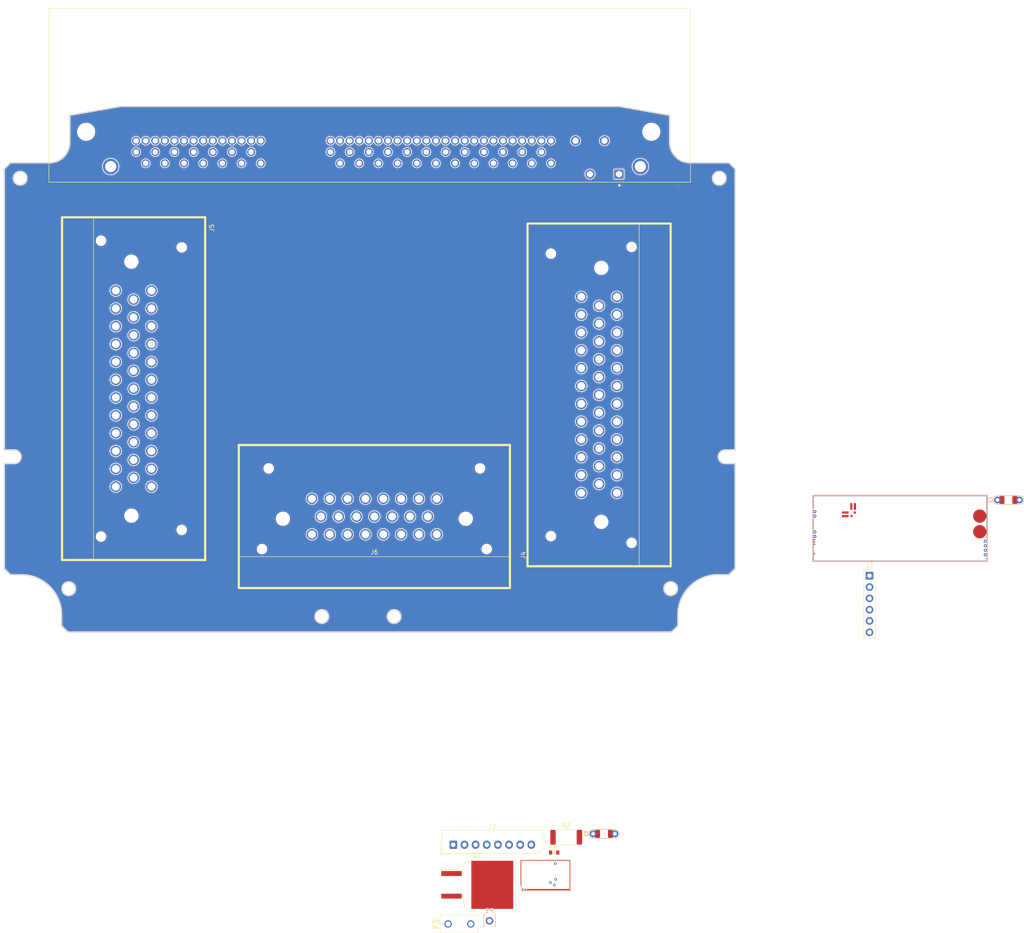
<source format=kicad_pcb>
(kicad_pcb (version 20210824) (generator pcbnew)
  (title_block (title "proteusM73tu") (date "2021-09-26") (rev "a"))
  (layers (0 "F.Cu" signal) (31 "B.Cu" signal) (34 "B.Paste" user) (35 "F.Paste" user) (36 "B.SilkS" user "B.Silkscreen") (37 "F.SilkS" user "F.Silkscreen") (38 "B.Mask" user) (39 "F.Mask" user) (44 "Edge.Cuts" user))
  (net 0 "")
  (net 1 "GND")
  (net 2 "/5V_SENSOR_1")
  (net 3 "/5V_SENSOR_2")
  (net 4 "/12V_PROT")
  (net 5 "/12V_MR")
  (net 6 "/WBO_H-")
  (net 7 "/WBO_R_Trim")
  (net 8 "/WBO_Ip")
  (net 9 "/WBO_Vs{slash}Ip")
  (net 10 "/WBO_Vs")
  (net 11 "Net-(J3-Pad1)")
  (net 12 "Net-(J3-Pad2)")
  (net 13 "Net-(J3-Pad4)")
  (net 14 "Net-(J3-Pad5)")
  (net 15 "Net-(M1-PadJ1)")
  (net 16 "Net-(M1-PadW2)")
  (net 17 "Net-(M1-PadW3)")
  (net 18 "Net-(M1-PadW4)")
  (net 21 "/OUT_IGN1")
  (net 22 "Net-(Q1-Pad1)")
  (net 23 "/GATE_IGN1")
  (footprint "hellen-one-common:PAD-TH" (layer "F.Cu") (at 245.32 257.31)
    (fp_text reference "P1" (at 0 -2.25) (layer "F.SilkS"))
    (fp_text value "Pad" hide)
    (fp_text user "${REFERENCE}" (at 0 -2.25) (layer "B.SilkS") (effects (justify mirror)))
    (fp_line (start -1.035538 -1.33) (end -1.33 -1.33) (layer "B.SilkS") (width 0.12))
    (fp_line (start 1.035538 1.33) (end 1.33 1.33) (layer "B.SilkS") (width 0.12))
    (fp_line (start 1.33 -1.33) (end 1.33 1.33) (layer "B.SilkS") (width 0.12))
    (fp_line (start 1.024373 -1.33) (end 1.33 -1.33) (layer "B.SilkS") (width 0.12))
    (fp_line (start -1.024373 1.33) (end -1.33 1.33) (layer "B.SilkS") (width 0.12))
    (fp_line (start -1.33 1.33) (end -1.33 -1.33) (layer "B.SilkS") (width 0.12))
    (fp_line (start 1.035538 -1.33) (end 1.33 -1.33) (layer "F.SilkS") (width 0.12))
    (fp_line (start 1.024373 1.33) (end 1.33 1.33) (layer "F.SilkS") (width 0.12))
    (fp_line (start -1.33 -1.33) (end -1.33 1.33) (layer "F.SilkS") (width 0.12))
    (fp_line (start -1.035538 1.33) (end -1.33 1.33) (layer "F.SilkS") (width 0.12))
    (fp_line (start -1.024373 -1.33) (end -1.33 -1.33) (layer "F.SilkS") (width 0.12))
    (fp_line (start 1.33 1.33) (end 1.33 -1.33) (layer "F.SilkS") (width 0.12))
    (pad "1" thru_hole circle locked (at 0 0) (size 1.7 1.7) (drill 1) (layers *.Cu *.Mask))
  )
  (footprint "hellen-one-common:R0603" (layer "F.Cu") (at 259.83 241.986595)
    (fp_text reference "R1" (at -1.235559 -0.653823 unlocked) (layer "F.SilkS") (effects (font (size 0.82 0.82) (thickness 0.17)) (justify left bottom)))
    (fp_text value "22" hide)
    (fp_line (start -0.2 -0.374995) (end 0.2 -0.374985) (layer "F.SilkS") (width 0.2032))
    (fp_line (start -0.201056 0.37084) (end 0.198943 0.370851) (layer "F.SilkS") (width 0.2032))
    (pad "1" smd roundrect (at -0.8 0) (size 0.7 0.92) (layers "F.Cu" "F.Paste" "F.Mask") (roundrect_rratio 0.1) (net 22 "Net-(Q1-Pad1)"))
    (pad "2" smd roundrect (at 0.8 0) (size 0.7 0.92) (layers "F.Cu" "F.Paste" "F.Mask") (roundrect_rratio 0.1) (net 23 "/GATE_IGN1"))
  )
  (footprint "Resistor_SMD:R_2512_6332Metric" (layer "F.Cu") (at 262.525 238.565)
    (fp_text reference "R2" (at 0 -2.62) (layer "F.SilkS"))
    (fp_text value "DNP")
    (fp_line (start -2.177064 1.71) (end 2.177064 1.71) (layer "F.SilkS") (width 0.12))
    (fp_line (start -2.177064 -1.71) (end 2.177064 -1.71) (layer "F.SilkS") (width 0.12))
    (pad "1" smd roundrect locked (at -2.9625 0) (size 1.225 3.35) (layers "F.Cu" "F.Paste" "F.Mask") (roundrect_rratio 0.204082) (net 23 "/GATE_IGN1"))
    (pad "2" smd roundrect locked (at 2.9625 0) (size 1.225 3.35) (layers "F.Cu" "F.Paste" "F.Mask") (roundrect_rratio 0.204082) (net 21 "/OUT_IGN1"))
  )
  (footprint "Package_TO_SOT_SMD:TO-263-2" (layer "F.Cu") (at 242.575 249.245)
    (fp_text reference "Q1" (at 0 -6.65) (layer "F.SilkS"))
    (fp_text value "ISL9V3040S3S")
    (fp_line (start -2.95 3.39) (end -4.05 3.39) (layer "F.SilkS") (width 0.12))
    (fp_line (start -1.45 -5.2) (end -2.95 -5.2) (layer "F.SilkS") (width 0.12))
    (fp_line (start -2.95 5.2) (end -2.95 3.39) (layer "F.SilkS") (width 0.12))
    (fp_line (start -1.45 5.2) (end -2.95 5.2) (layer "F.SilkS") (width 0.12))
    (fp_line (start -2.95 -3.39) (end -8.075 -3.39) (layer "F.SilkS") (width 0.12))
    (fp_line (start -2.95 -5.2) (end -2.95 -3.39) (layer "F.SilkS") (width 0.12))
    (pad "1" smd rect locked (at -5.775 -2.54) (size 4.6 1.1) (layers "F.Cu" "F.Paste" "F.Mask") (net 22 "Net-(Q1-Pad1)"))
    (pad "2" smd rect locked (at 3.375 0) (size 9.4 10.8) (layers "F.Cu" "F.Mask") (net 21 "/OUT_IGN1"))
    (pad "3" smd rect locked (at -5.775 2.54) (size 4.6 1.1) (layers "F.Cu" "F.Paste" "F.Mask") (net 1 "GND"))
  )
  (footprint "hellen-one-wbo-0.2:wbo" (layer "F.Cu") (at 317.73 176.8)
    (fp_text reference "M1" hide)
    (fp_text value "Module-wbo-0.2" hide)
    (fp_rect (start 39.25 -15) (end 0.1 -0.1) (layer "B.SilkS") (width 0.2) (fill none))
    (fp_rect (start 39.25 -15) (end 0.1 -0.1) (layer "F.SilkS") (width 0.2) (fill none))
    (pad "E1" thru_hole circle locked (at 38.8 -1.65 90) (size 0.7 0.7) (drill 0.3) (layers *.Cu) (net 10 "/WBO_Vs"))
    (pad "E2" thru_hole circle locked (at 38.8 -2.65 90) (size 0.7 0.7) (drill 0.3) (layers *.Cu) (net 9 "/WBO_Vs{slash}Ip"))
    (pad "E3" thru_hole circle locked (at 38.8 -3.65 90) (size 0.7 0.7) (drill 0.3) (layers *.Cu) (net 8 "/WBO_Ip"))
    (pad "E4" thru_hole circle locked (at 38.8 -4.65 90) (size 0.7 0.7) (drill 0.3) (layers *.Cu) (net 7 "/WBO_R_Trim"))
    (pad "E5" smd circle locked (at 37.55 -6.8) (size 3 3) (layers "F.Cu") (net 6 "/WBO_H-"))
    (pad "E6" smd circle locked (at 37.55 -10.3) (size 3 3) (layers "F.Cu") (net 1 "GND"))
    (pad "G" smd rect (at 19.675 -14.925 90) (size 0.25 39.25) (layers "F.Cu") (net 1 "GND"))
    (pad "G" smd rect (at 39.175 -10.175) (size 0.25 9.75) (layers "B.Cu") (net 1 "GND"))
    (pad "G" smd rect (at 19.675 -0.175 90) (size 0.25 39.25) (layers "B.Cu") (net 1 "GND"))
    (pad "G" smd rect (at 0.175 -0.775) (size 0.25 1.45) (layers "F.Cu") (net 1 "GND"))
    (pad "G" smd rect (at 0.175 -13.5) (size 0.25 3.1) (layers "B.Cu") (net 1 "GND"))
    (pad "G" smd rect (at 0.175 -13.5) (size 0.25 3.1) (layers "F.Cu") (net 1 "GND"))
    (pad "G" smd rect (at 39.175 -13.575) (size 0.25 2.95) (layers "F.Cu") (net 1 "GND"))
    (pad "G" smd rect (at 19.675 -14.925 90) (size 0.25 39.25) (layers "B.Cu") (net 1 "GND"))
    (pad "G" smd rect (at 0.175 -8.525) (size 0.25 2.25) (layers "F.Cu") (net 1 "GND"))
    (pad "G" smd rect (at 39.175 -0.525) (size 0.25 0.95) (layers "F.Cu") (net 1 "GND"))
    (pad "G" smd rect (at 19.675 -0.175 90) (size 0.25 39.25) (layers "F.Cu") (net 1 "GND"))
    (pad "G" smd rect (at 0.175 -8.525) (size 0.25 2.25) (layers "B.Cu") (net 1 "GND"))
    (pad "G" smd rect (at 39.175 -0.525) (size 0.25 0.95) (layers "B.Cu") (net 1 "GND"))
    (pad "G" smd rect (at 0.175 -2.575) (size 0.25 5.05) (layers "B.Cu") (net 1 "GND"))
    (pad "J1" smd roundrect locked (at 9.55 -12.475 180) (size 0.5 1.5) (layers "F.Cu") (net 15 "Net-(M1-PadJ1)"))
    (pad "J2" smd roundrect locked (at 7.375 -10.3 180) (size 1.5 0.5) (layers "F.Cu"))
    (pad "J_GND1" smd roundrect locked (at 8.75 -12.475 180) (size 0.5 1.5) (layers "F.Cu") (net 15 "Net-(M1-PadJ1)"))
    (pad "J_GND2" smd roundrect locked (at 8.8 -10.3 270) (size 0.5 0.5) (layers "F.Cu"))
    (pad "J_VCC1" smd roundrect locked (at 9.55 -11.1 180) (size 0.5 0.5) (layers "F.Cu"))
    (pad "J_VCC2" smd roundrect locked (at 7.375 -11.1 180) (size 1.5 0.5) (layers "F.Cu"))
    (pad "W1" thru_hole circle locked (at 0.55 -11.3 90) (size 0.7 0.7) (drill 0.3) (layers *.Cu) (net 3 "/5V_SENSOR_2"))
    (pad "W2" thru_hole circle locked (at 0.55 -10.3 90) (size 0.7 0.7) (drill 0.3) (layers *.Cu) (net 16 "Net-(M1-PadW2)"))
    (pad "W3" thru_hole circle locked (at 0.55 -6.75 90) (size 0.7 0.7) (drill 0.3) (layers *.Cu) (net 17 "Net-(M1-PadW3)"))
    (pad "W4" thru_hole circle locked (at 0.55 -5.75 90) (size 0.7 0.7) (drill 0.3) (layers *.Cu) (net 18 "Net-(M1-PadW4)"))
    (pad "W5" smd roundrect (at 0.4 -5) (size 0.5 0.25) (layers "F.Cu") (roundrect_rratio 0.5) (net 14 "Net-(J3-Pad5)"))
    (pad "W6" smd roundrect (at 0.4 -4.5) (size 0.5 0.25) (layers "F.Cu") (roundrect_rratio 0.5) (net 13 "Net-(J3-Pad4)"))
    (pad "W7" smd roundrect (at 0.4 -4) (size 0.5 0.25) (layers "F.Cu") (roundrect_rratio 0.5) (net 12 "Net-(J3-Pad2)"))
    (pad "W8" smd roundrect (at 0.4 -1.9) (size 0.5 0.25) (layers "F.Cu") (roundrect_rratio 0.5) (net 11 "Net-(J3-Pad1)"))
    (zone (net 0) (net_name "") (layers *.Cu) (connect_pads (clearance 0)) (min_thickness 0.254)
      (keepout (tracks allowed) (vias allowed) (pads allowed) (copperpour not_allowed) (footprints allowed))
      (fill (thermal_gap 0.508) (thermal_bridge_width 0.508))
      (polygon (pts (xy 356.905 176.625) (xy 317.905 176.6) (xy 317.905 161.875) (xy 356.905 161.875)))
    )
  )
  (footprint "hellen-one-can-0.1:can" (layer "F.Cu") (at 252.17 250.656674)
    (fp_text reference "M2" hide)
    (fp_text value "Module-can-0.1" hide)
    (fp_line (start 0.375001 -0.15) (end 0.431203 -0.1) (layer "B.SilkS") (width 0.2))
    (fp_line (start 0.099997 -1.250005) (end 0.099997 -6.947827) (layer "B.SilkS") (width 0.2))
    (fp_line (start 0.099997 -6.947827) (end 11.274997 -6.986674) (layer "B.SilkS") (width 0.2))
    (fp_line (start 0.375001 -0.15) (end 0.375001 -0.974999) (layer "B.SilkS") (width 0.2))
    (fp_line (start 0.099997 -1.250005) (end 0.375001 -0.974999) (layer "B.SilkS") (width 0.2))
    (fp_line (start 0.431203 -0.1) (end 11.274997 -0.1) (layer "B.SilkS") (width 0.2))
    (fp_line (start 11.274997 -0.093797) (end 11.274997 -6.986674) (layer "B.SilkS") (width 0.2))
    (fp_line (start 0.099997 -1.249998) (end 0.099997 -6.947479) (layer "F.SilkS") (width 0.2))
    (fp_line (start 0.375001 -0.1) (end 0.375003 -0.099997) (layer "F.SilkS") (width 0.2))
    (fp_line (start 0.099997 -6.947479) (end 11.274997 -6.986326) (layer "F.SilkS") (width 0.2))
    (fp_line (start 0.099997 -1.249998) (end 0.375001 -0.974994) (layer "F.SilkS") (width 0.2))
    (fp_line (start 0.375003 -0.099997) (end 11.274997 -0.099997) (layer "F.SilkS") (width 0.2))
    (fp_line (start 11.274997 -0.099997) (end 11.274997 -6.986326) (layer "F.SilkS") (width 0.2))
    (fp_line (start 0.375001 -0.1) (end 0.375001 -0.974994) (layer "F.SilkS") (width 0.2))
    (pad "E1" smd oval locked (at 0.199997 -4.1375 180) (size 0.2 5.669999) (layers "F.Cu" "F.Paste") (net 1 "GND"))
    (pad "E1" smd oval locked (at 11.174997 -3.537501 180) (size 0.2 6.799999) (layers "F.Cu" "F.Paste") (net 1 "GND"))
    (pad "E1" smd oval locked (at 6.374999 -0.275003 270) (size 0.399999 9.800001) (layers "F.Cu" "F.Paste") (net 1 "GND"))
    (pad "E1" smd oval locked (at 10.999993 -0.275003 180) (size 0.499999 0.25) (layers "F.Cu" "F.Paste" "F.Mask") (net 1 "GND"))
    (pad "E1" smd oval locked (at 5.674998 -6.875 90) (size 0.2 11.100001) (layers "F.Cu" "F.Paste") (net 1 "GND"))
    (pad "S1" smd oval locked (at 0.649999 -0.325001) (size 0.25 0.499999) (layers "F.Cu" "F.Paste" "F.Mask"))
    (pad "S2" smd oval locked (at 1.15 -0.325001) (size 0.25 0.499999) (layers "F.Cu" "F.Paste" "F.Mask"))
    (pad "V1" thru_hole circle locked (at 7.699997 -1.374999 180) (size 0.599999 0.599999) (drill 0.299999) (layers *.Cu *.Mask) (net 3 "/5V_SENSOR_2"))
    (pad "V2" thru_hole circle locked (at 6.824995 -1.899999 180) (size 0.599999 0.599999) (drill 0.299999) (layers *.Cu *.Mask) (net 16 "Net-(M1-PadW2)"))
    (pad "V5" thru_hole circle locked (at 7.999999 -2.649997 270) (size 0.599999 0.599999) (drill 0.299999) (layers *.Cu *.Mask) (net 18 "Net-(M1-PadW4)"))
    (pad "V6" thru_hole circle locked (at 7.924996 -6.199998 270) (size 0.599999 0.599999) (drill 0.299999) (layers *.Cu *.Mask) (net 17 "Net-(M1-PadW3)"))
    (zone (net 0) (net_name "") (layer "F.Cu") (connect_pads (clearance 0)) (min_thickness 0.254)
      (keepout (tracks allowed) (vias allowed) (pads allowed) (copperpour not_allowed) (footprints allowed))
      (fill (thermal_gap 0.2) (thermal_bridge_width 0.2))
      (polygon (pts (xy 252.397259 250.700972) (xy 252.397259 249.738454) (xy 252.194465 249.53566) (xy 252.457487 249.272638) (xy 252.457487 243.846548) (xy 263.282439 243.846548) (xy 263.282439 250.209065) (xy 253.780401 250.209065) (xy 253.607353 250.382113) (xy 253.607353 250.700972)))
    )
  )
  (footprint "lib:8-1393476-0" (layer "F.Cu") (at 218.461248 84.8 180)
    (fp_text reference "J1" (at -69.100075 -7.810275) (layer "F.SilkS") (effects (font (size 1.001961 1.001961) (thickness 0.015))))
    (fp_text value "8-1393476-0")
    (fp_line (start 71.95 32.24) (end 71.95 -6.76) (layer "F.SilkS") (width 0.127))
    (fp_line (start -71.95 -6.76) (end -71.95 32.24) (layer "F.SilkS") (width 0.127))
    (fp_line (start -71.95 32.24) (end 71.95 32.24) (layer "F.SilkS") (width 0.127))
    (fp_line (start 71.95 -6.76) (end -71.95 -6.76) (layer "F.SilkS") (width 0.127))
    (fp_circle (center -56 -7.5) (end -55.85 -7.5) (layer "F.SilkS") (width 0.3) (fill none))
    (pad "" np_thru_hole circle locked (at -63.16 4.54 180) (size 3.7 3.7) (drill 3.7) (layers *.Cu *.Mask))
    (pad "" np_thru_hole circle locked (at 63.6 4.54 180) (size 3.7 3.7) (drill 3.7) (layers *.Cu *.Mask))
    (pad "1" thru_hole rect locked (at -55.9 -4.96 180) (size 2.1 2.1) (drill 1.4) (layers *.Cu *.Mask))
    (pad "2" thru_hole circle locked (at -49.4 -4.96 180) (size 2.1 2.1) (drill 1.4) (layers *.Cu *.Mask))
    (pad "3" thru_hole circle locked (at -40.65 2.54 180) (size 1.8 1.8) (drill 1.2) (layers *.Cu *.Mask))
    (pad "4" thru_hole circle locked (at -36.35 2.54 180) (size 1.8 1.8) (drill 1.2) (layers *.Cu *.Mask))
    (pad "5" thru_hole circle locked (at -32.05 2.54 180) (size 1.8 1.8) (drill 1.2) (layers *.Cu *.Mask))
    (pad "6" thru_hole circle locked (at -27.75 2.54 180) (size 1.8 1.8) (drill 1.2) (layers *.Cu *.Mask))
    (pad "7" thru_hole circle locked (at -23.45 2.54 180) (size 1.8 1.8) (drill 1.2) (layers *.Cu *.Mask))
    (pad "8" thru_hole circle locked (at -19.15 2.54 180) (size 1.8 1.8) (drill 1.2) (layers *.Cu *.Mask))
    (pad "9" thru_hole circle locked (at -14.85 2.54 180) (size 1.8 1.8) (drill 1.2) (layers *.Cu *.Mask))
    (pad "10" thru_hole circle locked (at -10.55 2.54 180) (size 1.8 1.8) (drill 1.2) (layers *.Cu *.Mask))
    (pad "11" thru_hole circle locked (at -6.25 2.54 180) (size 1.8 1.8) (drill 1.2) (layers *.Cu *.Mask))
    (pad "12" thru_hole circle locked (at -1.95 2.54 180) (size 1.8 1.8) (drill 1.2) (layers *.Cu *.Mask))
    (pad "13" thru_hole circle locked (at 2.35 2.54 180) (size 1.8 1.8) (drill 1.2) (layers *.Cu *.Mask))
    (pad "14" thru_hole circle locked (at 6.65 2.54 180) (size 1.8 1.8) (drill 1.2) (layers *.Cu *.Mask))
    (pad "15" thru_hole circle locked (at -38.5 2.54 180) (size 1.8 1.8) (drill 1.2) (layers *.Cu *.Mask))
    (pad "16" thru_hole circle locked (at -34.2 2.54 180) (size 1.8 1.8) (drill 1.2) (layers *.Cu *.Mask))
    (pad "17" thru_hole circle locked (at -29.9 2.54 180) (size 1.8 1.8) (drill 1.2) (layers *.Cu *.Mask))
    (pad "18" thru_hole circle locked (at -25.6 2.54 180) (size 1.8 1.8) (drill 1.2) (layers *.Cu *.Mask))
    (pad "19" thru_hole circle locked (at -21.3 2.54 180) (size 1.8 1.8) (drill 1.2) (layers *.Cu *.Mask))
    (pad "20" thru_hole circle locked (at -17 2.54 180) (size 1.8 1.8) (drill 1.2) (layers *.Cu *.Mask))
    (pad "21" thru_hole circle locked (at -12.7 2.54 180) (size 1.8 1.8) (drill 1.2) (layers *.Cu *.Mask))
    (pad "22" thru_hole circle locked (at -8.4 2.54 180) (size 1.8 1.8) (drill 1.2) (layers *.Cu *.Mask))
    (pad "23" thru_hole circle locked (at -4.1 2.54 180) (size 1.8 1.8) (drill 1.2) (layers *.Cu *.Mask))
    (pad "24" thru_hole circle locked (at 0.2 2.54 180) (size 1.8 1.8) (drill 1.2) (layers *.Cu *.Mask))
    (pad "25" thru_hole circle locked (at 4.5 2.54 180) (size 1.8 1.8) (drill 1.2) (layers *.Cu *.Mask))
    (pad "26" thru_hole circle locked (at 8.8 2.54 180) (size 1.8 1.8) (drill 1.2) (layers *.Cu *.Mask))
    (pad "27" thru_hole circle locked (at -52.65 2.54 180) (size 2.1 2.1) (drill 1.4) (layers *.Cu *.Mask))
    (pad "28" thru_hole circle locked (at -46.15 2.54 180) (size 2.1 2.1) (drill 1.4) (layers *.Cu *.Mask))
    (pad "29" thru_hole circle locked (at -40.65 -2.54 180) (size 1.8 1.8) (drill 1.2) (layers *.Cu *.Mask))
    (pad "30" thru_hole circle locked (at -36.35 -2.54 180) (size 1.8 1.8) (drill 1.2) (layers *.Cu *.Mask))
    (pad "31" thru_hole circle locked (at -32.05 -2.54 180) (size 1.8 1.8) (drill 1.2) (layers *.Cu *.Mask))
    (pad "32" thru_hole circle locked (at -27.75 -2.54 180) (size 1.8 1.8) (drill 1.2) (layers *.Cu *.Mask))
    (pad "33" thru_hole circle locked (at -23.45 -2.54 180) (size 1.8 1.8) (drill 1.2) (layers *.Cu *.Mask))
    (pad "34" thru_hole circle locked (at -19.15 -2.54 180) (size 1.8 1.8) (drill 1.2) (layers *.Cu *.Mask))
    (pad "35" thru_hole circle locked (at -14.85 -2.54 180) (size 1.8 1.8) (drill 1.2) (layers *.Cu *.Mask))
    (pad "36" thru_hole circle locked (at -10.55 -2.54 180) (size 1.8 1.8) (drill 1.2) (layers *.Cu *.Mask))
    (pad "37" thru_hole circle locked (at -6.25 -2.54 180) (size 1.8 1.8) (drill 1.2) (layers *.Cu *.Mask))
    (pad "38" thru_hole circle locked (at -1.95 -2.54 180) (size 1.8 1.8) (drill 1.2) (layers *.Cu *.Mask))
    (pad "39" thru_hole circle locked (at 2.35 -2.54 180) (size 1.8 1.8) (drill 1.2) (layers *.Cu *.Mask))
    (pad "40" thru_hole circle locked (at 6.65 -2.54 180) (size 1.8 1.8) (drill 1.2) (layers *.Cu *.Mask))
    (pad "41" thru_hole circle locked (at -38.5 0 180) (size 1.8 1.8) (drill 1.2) (layers *.Cu *.Mask))
    (pad "42" thru_hole circle locked (at -34.2 0 180) (size 1.8 1.8) (drill 1.2) (layers *.Cu *.Mask))
    (pad "43" thru_hole circle locked (at -29.9 0 180) (size 1.8 1.8) (drill 1.2) (layers *.Cu *.Mask))
    (pad "44" thru_hole circle locked (at -25.6 0 180) (size 1.8 1.8) (drill 1.2) (layers *.Cu *.Mask))
    (pad "45" thru_hole circle locked (at -21.3 0 180) (size 1.8 1.8) (drill 1.2) (layers *.Cu *.Mask))
    (pad "46" thru_hole circle locked (at -17 0 180) (size 1.8 1.8) (drill 1.2) (layers *.Cu *.Mask))
    (pad "47" thru_hole circle locked (at -12.7 0 180) (size 1.8 1.8) (drill 1.2) (layers *.Cu *.Mask))
    (pad "48" thru_hole circle locked (at -8.4 0 180) (size 1.8 1.8) (drill 1.2) (layers *.Cu *.Mask))
    (pad "49" thru_hole circle locked (at -4.1 0 180) (size 1.8 1.8) (drill 1.2) (layers *.Cu *.Mask))
    (pad "50" thru_hole circle locked (at 0.2 0 180) (size 1.8 1.8) (drill 1.2) (layers *.Cu *.Mask))
    (pad "51" thru_hole circle locked (at 4.5 0 180) (size 1.8 1.8) (drill 1.2) (layers *.Cu *.Mask))
    (pad "52" thru_hole circle locked (at 8.8 0 180) (size 1.8 1.8) (drill 1.2) (layers *.Cu *.Mask))
    (pad "53" thru_hole circle locked (at 24.45 2.54 180) (size 1.8 1.8) (drill 1.2) (layers *.Cu *.Mask))
    (pad "54" thru_hole circle locked (at 28.75 2.54 180) (size 1.8 1.8) (drill 1.2) (layers *.Cu *.Mask))
    (pad "55" thru_hole circle locked (at 33.05 2.54 180) (size 1.8 1.8) (drill 1.2) (layers *.Cu *.Mask))
    (pad "56" thru_hole circle locked (at 37.35 2.54 180) (size 1.8 1.8) (drill 1.2) (layers *.Cu *.Mask))
    (pad "57" thru_hole circle locked (at 41.65 2.54 180) (size 1.8 1.8) (drill 1.2) (layers *.Cu *.Mask))
    (pad "58" thru_hole circle locked (at 45.95 2.54 180) (size 1.8 1.8) (drill 1.2) (layers *.Cu *.Mask))
    (pad "59" thru_hole circle locked (at 50.25 2.54 180) (size 1.8 1.8) (drill 1.2) (layers *.Cu *.Mask))
    (pad "60" thru_hole circle locked (at 26.6 2.54 180) (size 1.8 1.8) (drill 1.2) (layers *.Cu *.Mask))
    (pad "61" thru_hole circle locked (at 30.9 2.54 180) (size 1.8 1.8) (drill 1.2) (layers *.Cu *.Mask))
    (pad "62" thru_hole circle locked (at 35.2 2.54 180) (size 1.8 1.8) (drill 1.2) (layers *.Cu *.Mask))
    (pad "63" thru_hole circle locked (at 39.5 2.54 180) (size 1.8 1.8) (drill 1.2) (layers *.Cu *.Mask))
    (pad "64" thru_hole circle locked (at 43.8 2.54 180) (size 1.8 1.8) (drill 1.2) (layers *.Cu *.Mask))
    (pad "65" thru_hole circle locked (at 48.1 2.54 180) (size 1.8 1.8) (drill 1.2) (layers *.Cu *.Mask))
    (pad "66" thru_hole circle locked (at 52.4 2.54 180) (size 1.8 1.8) (drill 1.2) (layers *.Cu *.Mask))
    (pad "67" thru_hole circle locked (at 24.45 -2.54 180) (size 1.8 1.8) (drill 1.2) (layers *.Cu *.Mask))
    (pad "68" thru_hole circle locked (at 28.75 -2.54 180) (size 1.8 1.8) (drill 1.2) (layers *.Cu *.Mask))
    (pad "69" thru_hole circle locked (at 33.05 -2.54 180) (size 1.8 1.8) (drill 1.2) (layers *.Cu *.Mask))
    (pad "70" thru_hole circle locked (at 37.35 -2.54 180) (size 1.8 1.8) (drill 1.2) (layers *.Cu *.Mask))
    (pad "71" thru_hole circle locked (at 41.65 -2.54 180) (size 1.8 1.8) (drill 1.2) (layers *.Cu *.Mask))
    (pad "72" thru_hole circle locked (at 45.95 -2.54 180) (size 1.8 1.8) (drill 1.2) (layers *.Cu *.Mask))
    (pad "73" thru_hole circle locked (at 50.25 -2.54 180) (size 1.8 1.8) (drill 1.2) (layers *.Cu *.Mask))
    (pad "74" thru_hole circle locked (at 26.6 0 180) (size 1.8 1.8) (drill 1.2) (layers *.Cu *.Mask))
    (pad "75" thru_hole circle locked (at 30.9 0 180) (size 1.8 1.8) (drill 1.2) (layers *.Cu *.Mask))
    (pad "76" thru_hole circle locked (at 35.2 0 180) (size 1.8 1.8) (drill 1.2) (layers *.Cu *.Mask))
    (pad "77" thru_hole circle locked (at 39.5 0 180) (size 1.8 1.8) (drill 1.2) (layers *.Cu *.Mask))
    (pad "78" thru_hole circle locked (at 43.8 0 180) (size 1.8 1.8) (drill 1.2) (layers *.Cu *.Mask))
    (pad "79" thru_hole circle locked (at 48.1 0 180) (size 1.8 1.8) (drill 1.2) (layers *.Cu *.Mask))
    (pad "80" thru_hole circle locked (at 52.4 0 180) (size 1.8 1.8) (drill 1.2) (layers *.Cu *.Mask))
    (pad "81" thru_hole circle locked (at -60.7 -3.26 180) (size 3.516 3.516) (drill 2.5) (layers *.Cu *.Mask))
    (pad "82" thru_hole circle locked (at 58.1 -3.26 180) (size 3.516 3.516) (drill 2.5) (layers *.Cu *.Mask))
  )
  (footprint "Connector_PinHeader_2.54mm:PinHeader_1x06_P2.54mm_Vertical" (layer "F.Cu") (at 330.555 179.875)
    (fp_text reference "J3" (at 0 -2.33) (layer "F.SilkS"))
    (fp_text value "Conn_01x06")
    (fp_line (start -1.33 14.03) (end 1.33 14.03) (layer "F.SilkS") (width 0.12))
    (fp_line (start 1.33 1.27) (end 1.33 14.03) (layer "F.SilkS") (width 0.12))
    (fp_line (start -1.33 1.27) (end -1.33 14.03) (layer "F.SilkS") (width 0.12))
    (fp_line (start -1.33 1.27) (end 1.33 1.27) (layer "F.SilkS") (width 0.12))
    (fp_line (start -1.33 -1.33) (end 0 -1.33) (layer "F.SilkS") (width 0.12))
    (fp_line (start -1.33 0) (end -1.33 -1.33) (layer "F.SilkS") (width 0.12))
    (pad "1" thru_hole rect locked (at 0 0) (size 1.7 1.7) (drill 1) (layers *.Cu *.Mask) (net 11 "Net-(J3-Pad1)"))
    (pad "2" thru_hole oval locked (at 0 2.54) (size 1.7 1.7) (drill 1) (layers *.Cu *.Mask) (net 12 "Net-(J3-Pad2)"))
    (pad "3" thru_hole oval locked (at 0 5.08) (size 1.7 1.7) (drill 1) (layers *.Cu *.Mask) (net 1 "GND"))
    (pad "4" thru_hole oval locked (at 0 7.62) (size 1.7 1.7) (drill 1) (layers *.Cu *.Mask) (net 13 "Net-(J3-Pad4)"))
    (pad "5" thru_hole oval locked (at 0 10.16) (size 1.7 1.7) (drill 1) (layers *.Cu *.Mask) (net 14 "Net-(J3-Pad5)"))
    (pad "6" thru_hole oval locked (at 0 12.7) (size 1.7 1.7) (drill 1) (layers *.Cu *.Mask))
  )
  (footprint "hellen-one-common:36911600000" (layer "F.Cu") (at 238.58 258.02)
    (fp_text reference "F3" (at -5.19 0.05 90) (layer "F.SilkS") (effects (font (size 1.27 1.27) (thickness 0.254))))
    (fp_text value "10A" hide)
    (fp_line (start 4.25 2) (end -4.25 2) (layer "F.SilkS") (width 0.1))
    (fp_line (start 4.25 -2) (end 4.25 2) (layer "F.SilkS") (width 0.1))
    (fp_line (start -4.25 -2) (end 4.25 -2) (layer "F.SilkS") (width 0.1))
    (fp_line (start -4.25 2) (end -4.25 -2) (layer "F.SilkS") (width 0.1))
    (pad "1" thru_hole circle (at -2.54 0) (size 1.65 1.65) (drill 1.1) (layers *.Cu *.Mask))
    (pad "2" thru_hole circle (at 2.54 0) (size 1.65 1.65) (drill 1.1) (layers *.Cu *.Mask) (net 21 "/OUT_IGN1"))
  )
  (footprint "lib:ampseal-35-2" (layer "F.Cu") (at 165.5 137.9 -90)
    (fp_text reference "J5" (at -36.068 -17.526 90) (layer "F.SilkS"))
    (fp_text value "Conn_01x35")
    (fp_line (start -38.45 -16.05) (end 38.45 -16.05) (layer "F.SilkS") (width 0.5))
    (fp_line (start 38.45 -16.05) (end 38.45 16.05) (layer "F.SilkS") (width 0.5))
    (fp_line (start -38.45 -16.05) (end -38.45 16.05) (layer "F.SilkS") (width 0.5))
    (fp_line (start -38.45 16.05) (end 38.45 16.05) (layer "F.SilkS") (width 0.5))
    (fp_line (start -38.354 9) (end 38.354 9) (layer "F.SilkS") (width 0.12))
    (pad "" np_thru_hole circle (at 28.5 0.5 270) (size 2.85 2.85) (drill 2.85) (layers F&B.Cu *.Mask))
    (pad "" np_thru_hole circle (at -33.2 7.3 270) (size 2 2) (drill 2) (layers *.Cu *.Mask))
    (pad "" np_thru_hole circle (at 31.7 -10.8 270) (size 2 2) (drill 2) (layers *.Cu *.Mask))
    (pad "" np_thru_hole circle (at 33.2 7.3 270) (size 2 2) (drill 2) (layers *.Cu *.Mask))
    (pad "" np_thru_hole circle (at -28.5 0.5 270) (size 2.85 2.85) (drill 2.85) (layers F&B.Cu *.Mask))
    (pad "" np_thru_hole circle (at -31.7 -10.8 270) (size 2 2) (drill 2) (layers *.Cu *.Mask))
    (pad "1" thru_hole circle (at -22 -4 270) (size 2.4 2.4) (drill 1.75) (layers *.Cu *.Mask) (net 1 "GND"))
    (pad "2" thru_hole circle (at -18 -4 270) (size 2.4 2.4) (drill 1.75) (layers *.Cu *.Mask) (net 1 "GND"))
    (pad "3" thru_hole circle (at -14 -4 270) (size 2.4 2.4) (drill 1.75) (layers *.Cu *.Mask) (net 1 "GND"))
    (pad "4" thru_hole circle (at -10 -4 270) (size 2.4 2.4) (drill 1.75) (layers *.Cu *.Mask) (net 1 "GND"))
    (pad "5" thru_hole circle (at -6 -4 270) (size 2.4 2.4) (drill 1.75) (layers *.Cu *.Mask) (net 1 "GND"))
    (pad "6" thru_hole circle (at -2 -4 270) (size 2.4 2.4) (drill 1.75) (layers *.Cu *.Mask) (net 1 "GND"))
    (pad "7" thru_hole circle (at 2 -4 270) (size 2.4 2.4) (drill 1.75) (layers *.Cu *.Mask) (net 1 "GND"))
    (pad "8" thru_hole circle (at 6 -4 270) (size 2.4 2.4) (drill 1.75) (layers *.Cu *.Mask) (net 1 "GND"))
    (pad "9" thru_hole circle (at 10 -4 270) (size 2.4 2.4) (drill 1.75) (layers *.Cu *.Mask) (net 2 "/5V_SENSOR_1"))
    (pad "10" thru_hole circle (at 14 -4 270) (size 2.4 2.4) (drill 1.75) (layers *.Cu *.Mask) (net 3 "/5V_SENSOR_2"))
    (pad "11" thru_hole circle (at 18 -4 270) (size 2.4 2.4) (drill 1.75) (layers *.Cu *.Mask) (net 4 "/12V_PROT"))
    (pad "12" thru_hole circle (at 22 -4 270) (size 2.4 2.4) (drill 1.75) (layers *.Cu *.Mask) (net 4 "/12V_PROT"))
    (pad "13" thru_hole circle (at -20 0 270) (size 2.4 2.4) (drill 1.75) (layers *.Cu *.Mask))
    (pad "14" thru_hole circle (at -16 0 270) (size 2.4 2.4) (drill 1.75) (layers *.Cu *.Mask))
    (pad "15" thru_hole circle (at -12 0 270) (size 2.4 2.4) (drill 1.75) (layers *.Cu *.Mask))
    (pad "16" thru_hole circle (at -8 0 270) (size 2.4 2.4) (drill 1.75) (layers *.Cu *.Mask))
    (pad "17" thru_hole circle (at -4 0 270) (size 2.4 2.4) (drill 1.75) (layers *.Cu *.Mask))
    (pad "18" thru_hole circle (at 0 0 270) (size 2.4 2.4) (drill 1.75) (layers *.Cu *.Mask))
    (pad "19" thru_hole circle (at 4 0 270) (size 2.4 2.4) (drill 1.75) (layers *.Cu *.Mask))
    (pad "20" thru_hole circle (at 8 0 270) (size 2.4 2.4) (drill 1.75) (layers *.Cu *.Mask))
    (pad "21" thru_hole circle (at 12 0 270) (size 2.4 2.4) (drill 1.75) (layers *.Cu *.Mask) (net 2 "/5V_SENSOR_1"))
    (pad "22" thru_hole circle (at 16 0 270) (size 2.4 2.4) (drill 1.75) (layers *.Cu *.Mask) (net 3 "/5V_SENSOR_2"))
    (pad "23" thru_hole circle (at 20 0 270) (size 2.4 2.4) (drill 1.75) (layers *.Cu *.Mask) (net 1 "GND"))
    (pad "24" thru_hole circle (at -22 4 270) (size 2.4 2.4) (drill 1.75) (layers *.Cu *.Mask))
    (pad "25" thru_hole circle (at -18 4 270) (size 2.4 2.4) (drill 1.75) (layers *.Cu *.Mask))
    (pad "26" thru_hole circle (at -14 4 270) (size 2.4 2.4) (drill 1.75) (layers *.Cu *.Mask))
    (pad "27" thru_hole circle (at -10 4 270) (size 2.4 2.4) (drill 1.75) (layers *.Cu *.Mask))
    (pad "28" thru_hole circle (at -6 4 270) (size 2.4 2.4) (drill 1.75) (layers *.Cu *.Mask))
    (pad "29" thru_hole circle (at -2 4 270) (size 2.4 2.4) (drill 1.75) (layers *.Cu *.Mask) (net 1 "GND"))
    (pad "30" thru_hole circle (at 2 4 270) (size 2.4 2.4) (drill 1.75) (layers *.Cu *.Mask))
    (pad "31" thru_hole circle (at 6 4 270) (size 2.4 2.4) (drill 1.75) (layers *.Cu *.Mask))
    (pad "32" thru_hole circle (at 10 4 270) (size 2.4 2.4) (drill 1.75) (layers *.Cu *.Mask) (net 2 "/5V_SENSOR_1"))
    (pad "33" thru_hole circle (at 14 4 270) (size 2.4 2.4) (drill 1.75) (layers *.Cu *.Mask) (net 3 "/5V_SENSOR_2"))
    (pad "34" thru_hole circle (at 18 4 270) (size 2.4 2.4) (drill 1.75) (layers *.Cu *.Mask))
    (pad "35" thru_hole circle (at 22 4 270) (size 2.4 2.4) (drill 1.75) (layers *.Cu *.Mask))
  )
  (footprint "hellen-one-common:XH-8A" (layer "F.Cu") (at 245.955 239.145)
    (fp_text reference "J2" (at 0 -3 unlocked) (layer "F.SilkS"))
    (fp_text value "XH-8A")
    (fp_line (start -11.31 -2.11) (end -11.31 3.01) (layer "F.SilkS") (width 0.12))
    (fp_line (start 10.31 3.01) (end 11.31 2.01) (layer "F.SilkS") (width 0.12))
    (fp_line (start -11.61 0.9) (end -11.61 3.31) (layer "F.SilkS") (width 0.12))
    (fp_line (start 11.31 2.01) (end 11.31 -2.11) (layer "F.SilkS") (width 0.12))
    (fp_line (start 11.31 -2.11) (end -11.31 -2.11) (layer "F.SilkS") (width 0.12))
    (fp_line (start -11.31 3.01) (end 10.31 3.01) (layer "F.SilkS") (width 0.12))
    (fp_line (start -11.61 3.31) (end -9.2 3.31) (layer "F.SilkS") (width 0.12))
    (pad "1" thru_hole roundrect (at -8.75 1.1) (size 1.7 1.85) (drill 1) (layers *.Cu *.Mask) (roundrect_rratio 0.147) (net 1 "GND"))
    (pad "2" thru_hole oval (at -6.25 1.1) (size 1.7 1.85) (drill 1) (layers *.Cu *.Mask) (net 1 "GND"))
    (pad "3" thru_hole oval (at -3.75 1.1) (size 1.7 1.85) (drill 1) (layers *.Cu *.Mask) (net 6 "/WBO_H-"))
    (pad "4" thru_hole oval (at -1.25 1.1) (size 1.7 1.85) (drill 1) (layers *.Cu *.Mask) (net 6 "/WBO_H-"))
    (pad "5" thru_hole oval (at 1.25 1.1) (size 1.7 1.85) (drill 1) (layers *.Cu *.Mask) (net 7 "/WBO_R_Trim"))
    (pad "6" thru_hole oval (at 3.75 1.1) (size 1.7 1.85) (drill 1) (layers *.Cu *.Mask) (net 8 "/WBO_Ip"))
    (pad "7" thru_hole oval (at 6.25 1.1) (size 1.7 1.85) (drill 1) (layers *.Cu *.Mask) (net 9 "/WBO_Vs{slash}Ip"))
    (pad "8" thru_hole oval (at 8.75 1.1) (size 1.7 1.85) (drill 1) (layers *.Cu *.Mask) (net 10 "/WBO_Vs"))
  )
  (footprint "lib:ampseal-23" (layer "F.Cu") (at 219.5 166.6)
    (fp_text reference "J6" (at 0 8) (layer "F.SilkS"))
    (fp_text value "Conn_01x23")
    (fp_line (start -30.4 -16.05) (end 30.4 -16.05) (layer "F.SilkS") (width 0.5))
    (fp_line (start -30.5 9) (end 30.5 9) (layer "F.SilkS") (width 0.12))
    (fp_line (start 30.4 -16.05) (end 30.4 16.05) (layer "F.SilkS") (width 0.5))
    (fp_line (start 30.4 16.05) (end -30.4 16.05) (layer "F.SilkS") (width 0.5))
    (fp_line (start -30.4 16.05) (end -30.4 -16.05) (layer "F.SilkS") (width 0.5))
    (pad "" np_thru_hole circle (at -20.5 0.5) (size 2.85 2.85) (drill 2.85) (layers F&B.Cu *.Mask))
    (pad "" np_thru_hole circle (at 20.5 0.5) (size 2.85 2.85) (drill 2.85) (layers F&B.Cu *.Mask))
    (pad "" np_thru_hole circle (at -23.7 -10.8) (size 2 2) (drill 2) (layers *.Cu *.Mask))
    (pad "" np_thru_hole circle (at 23.7 -10.8) (size 2 2) (drill 2) (layers *.Cu *.Mask))
    (pad "" np_thru_hole circle (at 25.2 7.3) (size 2 2) (drill 2) (layers *.Cu *.Mask))
    (pad "" np_thru_hole circle (at -25.2 7.3) (size 2 2) (drill 2) (layers *.Cu *.Mask))
    (pad "1" thru_hole circle (at -14 -4) (size 2.4 2.4) (drill 1.75) (layers *.Cu *.Mask))
    (pad "2" thru_hole circle (at -10 -4) (size 2.4 2.4) (drill 1.75) (layers *.Cu *.Mask))
    (pad "3" thru_hole circle (at -6 -4) (size 2.4 2.4) (drill 1.75) (layers *.Cu *.Mask))
    (pad "4" thru_hole circle (at -2 -4) (size 2.4 2.4) (drill 1.75) (layers *.Cu *.Mask))
    (pad "5" thru_hole circle (at 2 -4) (size 2.4 2.4) (drill 1.75) (layers *.Cu *.Mask))
    (pad "6" thru_hole circle (at 6 -4) (size 2.4 2.4) (drill 1.75) (layers *.Cu *.Mask))
    (pad "7" thru_hole circle (at 10 -4) (size 2.4 2.4) (drill 1.75) (layers *.Cu *.Mask))
    (pad "8" thru_hole circle (at 14 -4) (size 2.4 2.4) (drill 1.75) (layers *.Cu *.Mask))
    (pad "9" thru_hole circle (at -12 0) (size 2.4 2.4) (drill 1.75) (layers *.Cu *.Mask))
    (pad "10" thru_hole circle (at -8 0) (size 2.4 2.4) (drill 1.75) (layers *.Cu *.Mask))
    (pad "11" thru_hole circle (at -4 0) (size 2.4 2.4) (drill 1.75) (layers *.Cu *.Mask))
    (pad "12" thru_hole circle (at 0 0) (size 2.4 2.4) (drill 1.75) (layers *.Cu *.Mask))
    (pad "13" thru_hole circle (at 4 0) (size 2.4 2.4) (drill 1.75) (layers *.Cu *.Mask))
    (pad "14" thru_hole circle (at 8 0) (size 2.4 2.4) (drill 1.75) (layers *.Cu *.Mask) (net 1 "GND"))
    (pad "15" thru_hole circle (at 12 0) (size 2.4 2.4) (drill 1.75) (layers *.Cu *.Mask))
    (pad "16" thru_hole circle (at -14 4) (size 2.4 2.4) (drill 1.75) (layers *.Cu *.Mask))
    (pad "17" thru_hole circle (at -10 4) (size 2.4 2.4) (drill 1.75) (layers *.Cu *.Mask))
    (pad "18" thru_hole circle (at -6 4) (size 2.4 2.4) (drill 1.75) (layers *.Cu *.Mask))
    (pad "19" thru_hole circle (at -2 4) (size 2.4 2.4) (drill 1.75) (layers *.Cu *.Mask) (net 1 "GND"))
    (pad "20" thru_hole circle (at 2 4) (size 2.4 2.4) (drill 1.75) (layers *.Cu *.Mask) (net 1 "GND"))
    (pad "21" thru_hole circle (at 6 4) (size 2.4 2.4) (drill 1.75) (layers *.Cu *.Mask))
    (pad "22" thru_hole circle (at 10 4) (size 2.4 2.4) (drill 1.75) (layers *.Cu *.Mask))
    (pad "23" thru_hole circle (at 14 4) (size 2.4 2.4) (drill 1.75) (layers *.Cu *.Mask) (net 5 "/12V_MR"))
  )
  (footprint "lib:ampseal-35" (layer "F.Cu") (at 269.9 139.3 90)
    (fp_text reference "J4" (at -36 -17 90) (layer "F.SilkS"))
    (fp_text value "Conn_01x35")
    (fp_line (start -38.45 16.05) (end 38.45 16.05) (layer "F.SilkS") (width 0.5))
    (fp_line (start -38.45 -16.05) (end -38.45 16.05) (layer "F.SilkS") (width 0.5))
    (fp_line (start 38.45 -16.05) (end 38.45 16.05) (layer "F.SilkS") (width 0.5))
    (fp_line (start -38.45 -16.05) (end 38.45 -16.05) (layer "F.SilkS") (width 0.5))
    (fp_line (start -38.354 9) (end 38.354 9) (layer "F.SilkS") (width 0.12))
    (pad "" np_thru_hole circle (at 31.7 -10.8 90) (size 2 2) (drill 2) (layers *.Cu *.Mask))
    (pad "" np_thru_hole circle (at -28.5 0.5 90) (size 2.85 2.85) (drill 2.85) (layers F&B.Cu *.Mask))
    (pad "" np_thru_hole circle (at -33.2 7.3 90) (size 2 2) (drill 2) (layers *.Cu *.Mask))
    (pad "" np_thru_hole circle (at -31.7 -10.8 90) (size 2 2) (drill 2) (layers *.Cu *.Mask))
    (pad "" np_thru_hole circle (at 28.5 0.5 90) (size 2.85 2.85) (drill 2.85) (layers F&B.Cu *.Mask))
    (pad "" np_thru_hole circle (at 33.2 7.3 90) (size 2 2) (drill 2) (layers *.Cu *.Mask))
    (pad "1" thru_hole circle (at -22 -4 90) (size 2.4 2.4) (drill 1.75) (layers *.Cu *.Mask))
    (pad "2" thru_hole circle (at -18 -4 90) (size 2.4 2.4) (drill 1.75) (layers *.Cu *.Mask))
    (pad "3" thru_hole circle (at -14 -4 90) (size 2.4 2.4) (drill 1.75) (layers *.Cu *.Mask))
    (pad "4" thru_hole circle (at -10 -4 90) (size 2.4 2.4) (drill 1.75) (layers *.Cu *.Mask))
    (pad "5" thru_hole circle (at -6 -4 90) (size 2.4 2.4) (drill 1.75) (layers *.Cu *.Mask))
    (pad "6" thru_hole circle (at -2 -4 90) (size 2.4 2.4) (drill 1.75) (layers *.Cu *.Mask))
    (pad "7" thru_hole circle (at 2 -4 90) (size 2.4 2.4) (drill 1.75) (layers *.Cu *.Mask))
    (pad "8" thru_hole circle (at 6 -4 90) (size 2.4 2.4) (drill 1.75) (layers *.Cu *.Mask))
    (pad "9" thru_hole circle (at 10 -4 90) (size 2.4 2.4) (drill 1.75) (layers *.Cu *.Mask))
    (pad "10" thru_hole circle (at 14 -4 90) (size 2.4 2.4) (drill 1.75) (layers *.Cu *.Mask))
    (pad "11" thru_hole circle (at 18 -4 90) (size 2.4 2.4) (drill 1.75) (layers *.Cu *.Mask))
    (pad "12" thru_hole circle (at 22 -4 90) (size 2.4 2.4) (drill 1.75) (layers *.Cu *.Mask))
    (pad "13" thru_hole circle (at -20 0 90) (size 2.4 2.4) (drill 1.75) (layers *.Cu *.Mask))
    (pad "14" thru_hole circle (at -16 0 90) (size 2.4 2.4) (drill 1.75) (layers *.Cu *.Mask))
    (pad "15" thru_hole circle (at -12 0 90) (size 2.4 2.4) (drill 1.75) (layers *.Cu *.Mask))
    (pad "16" thru_hole circle (at -8 0 90) (size 2.4 2.4) (drill 1.75) (layers *.Cu *.Mask))
    (pad "17" thru_hole circle (at -4 0 90) (size 2.4 2.4) (drill 1.75) (layers *.Cu *.Mask) (net 1 "GND"))
    (pad "18" thru_hole circle (at 0 0 90) (size 2.4 2.4) (drill 1.75) (layers *.Cu *.Mask) (net 1 "GND"))
    (pad "19" thru_hole circle (at 4 0 90) (size 2.4 2.4) (drill 1.75) (layers *.Cu *.Mask))
    (pad "20" thru_hole circle (at 8 0 90) (size 2.4 2.4) (drill 1.75) (layers *.Cu *.Mask))
    (pad "21" thru_hole circle (at 12 0 90) (size 2.4 2.4) (drill 1.75) (layers *.Cu *.Mask))
    (pad "22" thru_hole circle (at 16 0 90) (size 2.4 2.4) (drill 1.75) (layers *.Cu *.Mask))
    (pad "23" thru_hole circle (at 20 0 90) (size 2.4 2.4) (drill 1.75) (layers *.Cu *.Mask))
    (pad "24" thru_hole circle (at -22 4 90) (size 2.4 2.4) (drill 1.75) (layers *.Cu *.Mask) (net 1 "GND"))
    (pad "25" thru_hole circle (at -18 4 90) (size 2.4 2.4) (drill 1.75) (layers *.Cu *.Mask))
    (pad "26" thru_hole circle (at -14 4 90) (size 2.4 2.4) (drill 1.75) (layers *.Cu *.Mask))
    (pad "27" thru_hole circle (at -10 4 90) (size 2.4 2.4) (drill 1.75) (layers *.Cu *.Mask))
    (pad "28" thru_hole circle (at -6 4 90) (size 2.4 2.4) (drill 1.75) (layers *.Cu *.Mask))
    (pad "29" thru_hole circle (at -2 4 90) (size 2.4 2.4) (drill 1.75) (layers *.Cu *.Mask))
    (pad "30" thru_hole circle (at 2 4 90) (size 2.4 2.4) (drill 1.75) (layers *.Cu *.Mask))
    (pad "31" thru_hole circle (at 6 4 90) (size 2.4 2.4) (drill 1.75) (layers *.Cu *.Mask))
    (pad "32" thru_hole circle (at 10 4 90) (size 2.4 2.4) (drill 1.75) (layers *.Cu *.Mask))
    (pad "33" thru_hole circle (at 14 4 90) (size 2.4 2.4) (drill 1.75) (layers *.Cu *.Mask))
    (pad "34" thru_hole circle (at 18 4 90) (size 2.4 2.4) (drill 1.75) (layers *.Cu *.Mask))
    (pad "35" thru_hole circle (at 22 4 90) (size 2.4 2.4) (drill 1.75) (layers *.Cu *.Mask))
  )
  (footprint "hellen-one-common:PAD-1206-PAD" (layer "F.Cu") (at 361.71 162.88)
    (fp_text reference "F2" (at -4 0 90) (layer "F.SilkS") (effects (font (size 0.762 0.762) (thickness 0.127))))
    (fp_text value "Fuse-Pad-Pad" hide)
    (fp_text user "${REFERENCE}" (at -4 0 90) (layer "B.SilkS") (effects (font (size 0.762 0.762) (thickness 0.127)) (justify mirror)))
    (fp_line (start 2.4 -1) (end -2.45 -1) (layer "B.SilkS") (width 0.12))
    (fp_line (start 2.4 1) (end -2.45 1) (layer "B.SilkS") (width 0.12))
    (fp_arc (start 2.45 0) (end 2.45 1) (angle -180) (layer "B.SilkS") (width 0.12))
    (fp_arc (start -2.45 0) (end -2.45 -1) (angle -180) (layer "B.SilkS") (width 0.12))
    (fp_line (start -2.4 -1) (end 2.45 -1) (layer "F.SilkS") (width 0.12))
    (fp_line (start -2.4 1) (end 2.45 1) (layer "F.SilkS") (width 0.12))
    (fp_arc (start -2.45 0) (end -2.45 1) (angle 180) (layer "F.SilkS") (width 0.12))
    (fp_arc (start 2.45 0) (end 2.45 -1) (angle 180) (layer "F.SilkS") (width 0.12))
    (pad "1" thru_hole circle (at -2.45 0) (size 1.524 1.524) (drill 0.8128) (layers *.Cu *.Mask))
    (pad "1" smd roundrect (at -1.45001 0 90) (size 1.8 1.15) (layers "F.Cu" "F.Paste" "F.Mask") (roundrect_rratio 0.2))
    (pad "2" smd roundrect (at 1.45001 0 90) (size 1.8 1.15) (layers "F.Cu" "F.Paste" "F.Mask") (roundrect_rratio 0.2) (net 5 "/12V_MR"))
    (pad "2" thru_hole circle (at 2.45 0) (size 1.524 1.524) (drill 0.8128) (layers *.Cu *.Mask) (net 5 "/12V_MR"))
  )
  (footprint "hellen-one-common:PAD-1206-PAD" (layer "F.Cu") (at 271 237.8)
    (fp_text reference "F1" (at -4 0 90) (layer "F.SilkS") (effects (font (size 0.762 0.762) (thickness 0.127))))
    (fp_text value "Fuse-Pad-Pad" hide)
    (fp_text user "${REFERENCE}" (at -4 0 90) (layer "B.SilkS") (effects (font (size 0.762 0.762) (thickness 0.127)) (justify mirror)))
    (fp_line (start 2.4 -1) (end -2.45 -1) (layer "B.SilkS") (width 0.12))
    (fp_line (start 2.4 1) (end -2.45 1) (layer "B.SilkS") (width 0.12))
    (fp_arc (start 2.45 0) (end 2.45 1) (angle -180) (layer "B.SilkS") (width 0.12))
    (fp_arc (start -2.45 0) (end -2.45 -1) (angle -180) (layer "B.SilkS") (width 0.12))
    (fp_line (start -2.4 1) (end 2.45 1) (layer "F.SilkS") (width 0.12))
    (fp_line (start -2.4 -1) (end 2.45 -1) (layer "F.SilkS") (width 0.12))
    (fp_arc (start 2.45 0) (end 2.45 -1) (angle 180) (layer "F.SilkS") (width 0.12))
    (fp_arc (start -2.45 0) (end -2.45 1) (angle 180) (layer "F.SilkS") (width 0.12))
    (pad "1" smd roundrect (at -1.45001 0 90) (size 1.8 1.15) (layers "F.Cu" "F.Paste" "F.Mask") (roundrect_rratio 0.2))
    (pad "1" thru_hole circle (at -2.45 0) (size 1.524 1.524) (drill 0.8128) (layers *.Cu *.Mask))
    (pad "2" thru_hole circle (at 2.45 0) (size 1.524 1.524) (drill 0.8128) (layers *.Cu *.Mask) (net 5 "/12V_MR"))
    (pad "2" smd roundrect (at 1.45001 0 90) (size 1.8 1.15) (layers "F.Cu" "F.Paste" "F.Mask") (roundrect_rratio 0.2) (net 5 "/12V_MR"))
  )
  (gr_circle (center 223.921248 189.034864) (end 225.421247 189.034864) (layer "Edge.Cuts") (width 0.2) (fill none))
  (gr_line (start 137.875461 87.184863) (end 146.446048 87.184863) (layer "Edge.Cuts") (width 0.2))
  (gr_line (start 149.321248 191.12065) (end 150.735461 192.534863) (layer "Edge.Cuts") (width 0.2))
  (gr_arc (start 296.601248 188.674863) (end 296.601248 179.674863) (angle -90) (layer "Edge.Cuts") (width 0.2))
  (gr_line (start 300.461248 154.684864) (end 300.461248 178.26065) (layer "Edge.Cuts") (width 0.2))
  (gr_line (start 162.501248 74.534863) (end 274.421248 74.534863) (layer "Edge.Cuts") (width 0.2))
  (gr_line (start 299.047034 87.184863) (end 290.261295 87.180342) (layer "Edge.Cuts") (width 0.2))
  (gr_circle (center 296.861248 90.684863) (end 298.361248 90.684863) (layer "Edge.Cuts") (width 0.2) (fill none))
  (gr_line (start 296.601248 179.674863) (end 299.047034 179.674863) (layer "Edge.Cuts") (width 0.2))
  (gr_line (start 136.461248 88.599077) (end 137.875461 87.184864) (layer "Edge.Cuts") (width 0.2))
  (gr_line (start 274.421248 74.534863) (end 285.761248 76.534863) (layer "Edge.Cuts") (width 0.2))
  (gr_line (start 300.461248 88.599077) (end 299.047034 87.184864) (layer "Edge.Cuts") (width 0.2))
  (gr_circle (center 285.961248 182.780043) (end 287.461248 182.780043) (layer "Edge.Cuts") (width 0.2) (fill none))
  (gr_line (start 300.461248 88.599077) (end 300.461248 151.684864) (layer "Edge.Cuts") (width 0.2))
  (gr_line (start 140.321248 179.674864) (end 137.875461 179.674864) (layer "Edge.Cuts") (width 0.2))
  (gr_line (start 298.161048 154.684863) (end 300.461248 154.684863) (layer "Edge.Cuts") (width 0.2))
  (gr_line (start 287.601248 188.674863) (end 287.601248 191.12065) (layer "Edge.Cuts") (width 0.2))
  (gr_line (start 150.735461 192.534864) (end 286.187034 192.534863) (layer "Edge.Cuts") (width 0.2))
  (gr_line (start 136.461247 178.26065) (end 137.875461 179.674864) (layer "Edge.Cuts") (width 0.2))
  (gr_line (start 151.146048 76.534863) (end 151.161146 82.670112) (layer "Edge.Cuts") (width 0.2))
  (gr_arc (start 290.30816 82.632328) (end 285.761248 82.742864) (angle -88.01702338) (layer "Edge.Cuts") (width 0.2))
  (gr_line (start 300.461248 178.26065) (end 299.047034 179.674863) (layer "Edge.Cuts") (width 0.2))
  (gr_arc (start 146.616048 82.642864) (end 146.446048 87.184863) (angle -91.8) (layer "Edge.Cuts") (width 0.2))
  (gr_arc (start 298.161048 153.188158) (end 298.161048 151.691453) (angle -180) (layer "Edge.Cuts") (width 0.2))
  (gr_line (start 136.461248 88.599077) (end 136.461248 151.684864) (layer "Edge.Cuts") (width 0.2))
  (gr_arc (start 140.321248 188.674864) (end 149.321248 188.674864) (angle -90) (layer "Edge.Cuts") (width 0.2))
  (gr_line (start 285.761248 76.534863) (end 285.761248 82.742864) (layer "Edge.Cuts") (width 0.2))
  (gr_line (start 149.321248 188.674864) (end 149.321248 191.12065) (layer "Edge.Cuts") (width 0.2))
  (gr_line (start 138.761248 154.678274) (end 136.466048 154.672864) (layer "Edge.Cuts") (width 0.2))
  (gr_arc (start 138.761248 153.181569) (end 138.761248 154.678274) (angle -180) (layer "Edge.Cuts") (width 0.2))
  (gr_circle (center 140.061248 90.684863) (end 141.561248 90.684863) (layer "Edge.Cuts") (width 0.2) (fill none))
  (gr_circle (center 207.721248 189.034864) (end 209.221248 189.034864) (layer "Edge.Cuts") (width 0.2) (fill none))
  (gr_circle (center 150.961248 182.780043) (end 152.461248 182.780043) (layer "Edge.Cuts") (width 0.2) (fill none))
  (gr_line (start 162.501248 74.534863) (end 151.146048 76.534863) (layer "Edge.Cuts") (width 0.2))
  (gr_line (start 138.761248 151.684864) (end 136.461248 151.684864) (layer "Edge.Cuts") (width 0.2))
  (gr_line (start 298.161048 151.691453) (end 300.461248 151.684863) (layer "Edge.Cuts") (width 0.2))
  (gr_line (start 136.466048 154.672864) (end 136.461248 178.26065) (layer "Edge.Cuts") (width 0.2))
  (gr_line (start 287.601248 191.12065) (end 286.187034 192.534863) (layer "Edge.Cuts") (width 0.2))
  (zone (net 0) (net_name "") (layer "F.Cu") (connect_pads (clearance 0.2)) (min_thickness 0.2) (fill yes (thermal_gap 0.25) (thermal_bridge_width 0.25))
    (polygon (pts (xy 301.536048 194.042864) (xy 135.536048 194.042864) (xy 135.536048 73.042864) (xy 301.536048 73.042864)))
  )
  (zone (net 0) (net_name "") (layer "B.Cu") (connect_pads (clearance 0.2)) (min_thickness 0.2) (fill yes (thermal_gap 0.25) (thermal_bridge_width 0.25))
    (polygon (pts (xy 302.536048 194.042864) (xy 136.536048 194.042864) (xy 136.536048 73.042864) (xy 302.536048 73.042864)))
  )
)
</source>
